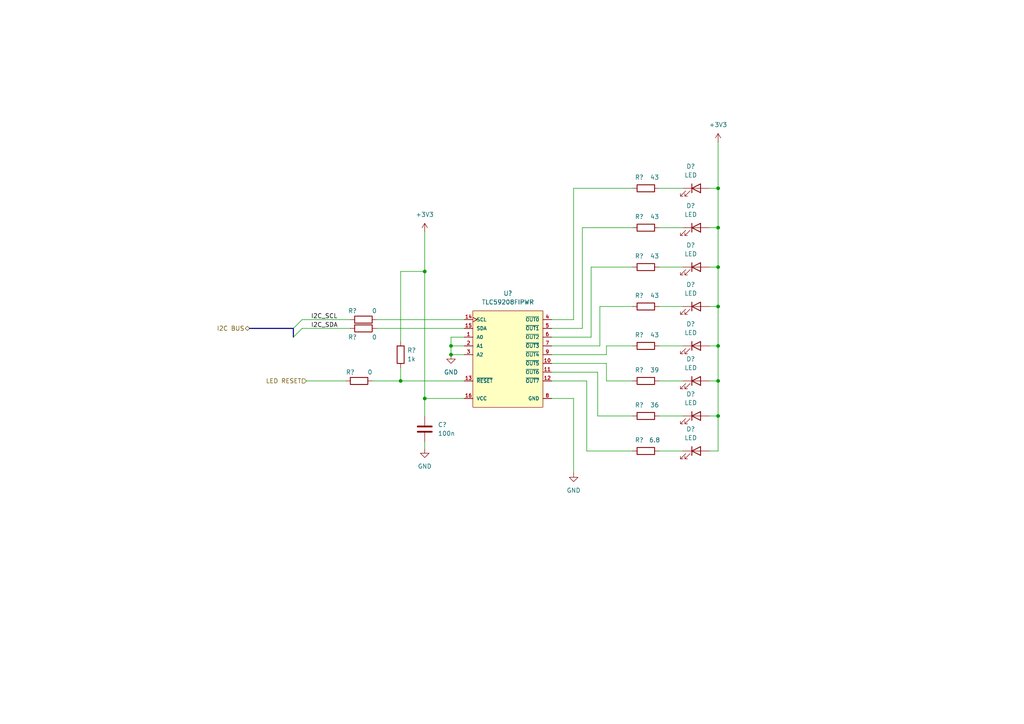
<source format=kicad_sch>
(kicad_sch (version 20211123) (generator eeschema)
  (paper "A4")
  (lib_symbols
    (symbol "Device:C" (pin_numbers hide) (pin_names (offset 0.254))
      (property "Reference" "C" (at 0.635 2.54 0))
      (property "Value" "C" (at 0.635 -2.54 0))
      (symbol "C_0_1"
        (polyline (pts (xy -2.032 -0.762) (xy 2.032 -0.762)) (stroke (width 0.508)))
        (polyline (pts (xy -2.032 0.762) (xy 2.032 0.762)) (stroke (width 0.508)))
      )
      (symbol "C_1_1"
        (pin passive line (at 0 3.81 270) (length 2.794) (name "~") (number "1"))
        (pin passive line (at 0 -3.81 90) (length 2.794) (name "~") (number "2"))
      )
    )
    (symbol "Device:LED" (pin_numbers hide) (pin_names (offset 1.016) hide)
      (property "Reference" "D" (at 0 2.54 0))
      (property "Value" "LED" (at 0 -2.54 0))
      (symbol "LED_0_1"
        (polyline (pts (xy -1.27 -1.27) (xy -1.27 1.27)) (stroke (width 0.254)))
        (polyline (pts (xy -1.27 0) (xy 1.27 0)))
        (polyline (pts (xy 1.27 -1.27) (xy 1.27 1.27) (xy -1.27 0) (xy 1.27 -1.27)) (stroke (width 0.254)))
        (polyline (pts (xy -3.048 -0.762) (xy -4.572 -2.286) (xy -3.81 -2.286) (xy -4.572 -2.286) (xy -4.572 -1.524)))
        (polyline (pts (xy -1.778 -0.762) (xy -3.302 -2.286) (xy -2.54 -2.286) (xy -3.302 -2.286) (xy -3.302 -1.524)))
      )
      (symbol "LED_1_1"
        (pin passive line (at -3.81 0 0) (length 2.54) (name "K") (number "1"))
        (pin passive line (at 3.81 0 180) (length 2.54) (name "A") (number "2"))
      )
    )
    (symbol "Device:R" (pin_numbers hide) (pin_names (offset 0))
      (property "Reference" "R" (at 2.032 0 90))
      (property "Value" "R" (at 0 0 90))
      (symbol "R_0_1"
        (rectangle (start -1.016 -2.54) (end 1.016 2.54) (stroke (width 0.254)))
      )
      (symbol "R_1_1"
        (pin passive line (at 0 3.81 270) (length 1.27) (name "~") (number "1"))
        (pin passive line (at 0 -3.81 90) (length 1.27) (name "~") (number "2"))
      )
    )
    (symbol "TLC59208:TLC59208FIPWR" (pin_names (offset 1.016))
      (property "Reference" "U" (at 0 5.08 0))
      (property "Value" "TLC59208FIPWR" (at 0 7.62 0))
      (symbol "TLC59208FIPWR_1_1"
        (rectangle (start 5.08 2.54) (end 25.4 -25.4) (fill (type background)))
        (pin input line (at 2.54 -5.08 0) (length 2.54) (name "A0") (number "1"))
        (pin open_collector line (at 27.94 -12.7 180) (length 2.54) (name "~{OUT5}") (number "10"))
        (pin open_collector line (at 27.94 -15.24 180) (length 2.54) (name "~{OUT6}") (number "11"))
        (pin open_collector line (at 27.94 -17.78 180) (length 2.54) (name "~{OUT7}") (number "12"))
        (pin input line (at 2.54 -17.78 0) (length 2.54) (name "~{RESET}") (number "13"))
        (pin input clock (at 2.54 0 0) (length 2.54) (name "SCL") (number "14"))
        (pin bidirectional line (at 2.54 -2.54 0) (length 2.54) (name "SDA") (number "15"))
        (pin power_in line (at 2.54 -22.86 0) (length 2.54) (name "VCC") (number "16"))
        (pin input line (at 2.54 -7.62 0) (length 2.54) (name "A1") (number "2"))
        (pin input line (at 2.54 -10.16 0) (length 2.54) (name "A2") (number "3"))
        (pin open_collector line (at 27.94 0 180) (length 2.54) (name "~{OUT0}") (number "4"))
        (pin open_collector line (at 27.94 -2.54 180) (length 2.54) (name "~{OUT1}") (number "5"))
        (pin open_collector line (at 27.94 -5.08 180) (length 2.54) (name "~{OUT2}") (number "6"))
        (pin open_collector line (at 27.94 -7.62 180) (length 2.54) (name "~{OUT3}") (number "7"))
        (pin power_in line (at 27.94 -22.86 180) (length 2.54) (name "GND") (number "8"))
        (pin open_collector line (at 27.94 -10.16 180) (length 2.54) (name "~{OUT4}") (number "9"))
      )
    )
    (symbol "power:+3.3V" (power) (pin_names (offset 0))
      (property "Value" "+3.3V" (at 0 3.556 0))
      (symbol "+3.3V_0_1"
        (polyline (pts (xy -0.762 1.27) (xy 0 2.54)))
        (polyline (pts (xy 0 0) (xy 0 2.54)))
        (polyline (pts (xy 0 2.54) (xy 0.762 1.27)))
      )
      (symbol "+3.3V_1_1"
        (pin power_in line (at 0 0 90) (length 0) hide (name "+3V3") (number "1"))
      )
    )
    (symbol "power:GND" (power) (pin_names (offset 0))
      (property "Value" "GND" (at 0 -3.81 0))
      (symbol "GND_0_1"
        (polyline (pts (xy 0 0) (xy 0 -1.27) (xy 1.27 -1.27) (xy 0 -2.54) (xy -1.27 -1.27) (xy 0 -1.27)))
      )
      (symbol "GND_1_1"
        (pin power_in line (at 0 0 270) (length 0) hide (name "GND") (number "1"))
      )
    )
  )
  (junction (at 208.28 110.49))
  (junction (at 123.19 115.57))
  (junction (at 130.81 102.87))
  (junction (at 208.28 54.61))
  (junction (at 130.81 100.33))
  (junction (at 208.28 88.9))
  (junction (at 208.28 66.04))
  (junction (at 123.19 78.74))
  (junction (at 208.28 77.47))
  (junction (at 208.28 120.65))
  (junction (at 116.205 110.49))
  (junction (at 208.28 100.33))
  (bus_entry (at 85.09 97.79) (size 2.54 -2.54))
  (bus_entry (at 85.09 95.25) (size 2.54 -2.54))
  (bus (pts (xy 85.09 95.25) (xy 85.09 97.79)))
  (wire (pts (xy 208.28 100.33) (xy 208.28 88.9)))
  (wire (pts (xy 208.28 110.49) (xy 208.28 100.33)))
  (wire (pts (xy 208.28 54.61) (xy 205.74 54.61)))
  (wire (pts (xy 191.135 120.65) (xy 198.12 120.65)))
  (wire (pts (xy 130.81 102.87) (xy 130.81 100.33)))
  (bus (pts (xy 72.39 95.25) (xy 85.09 95.25)))
  (wire (pts (xy 87.63 95.25) (xy 101.6 95.25)))
  (wire (pts (xy 191.135 130.81) (xy 198.12 130.81)))
  (wire (pts (xy 160.02 110.49) (xy 170.18 110.49)))
  (wire (pts (xy 173.355 120.65) (xy 183.515 120.65)))
  (wire (pts (xy 183.515 66.04) (xy 168.91 66.04)))
  (wire (pts (xy 171.45 97.79) (xy 160.02 97.79)))
  (wire (pts (xy 170.18 130.81) (xy 183.515 130.81)))
  (wire (pts (xy 173.99 88.9) (xy 183.515 88.9)))
  (wire (pts (xy 109.22 95.25) (xy 134.62 95.25)))
  (wire (pts (xy 123.19 115.57) (xy 123.19 120.65)))
  (wire (pts (xy 175.895 110.49) (xy 183.515 110.49)))
  (wire (pts (xy 191.135 110.49) (xy 198.12 110.49)))
  (wire (pts (xy 208.28 66.04) (xy 208.28 54.61)))
  (wire (pts (xy 208.28 120.65) (xy 205.74 120.65)))
  (wire (pts (xy 123.19 115.57) (xy 123.19 78.74)))
  (wire (pts (xy 168.91 66.04) (xy 168.91 95.25)))
  (wire (pts (xy 109.22 92.71) (xy 134.62 92.71)))
  (wire (pts (xy 130.81 100.33) (xy 134.62 100.33)))
  (wire (pts (xy 208.28 41.275) (xy 208.28 54.61)))
  (wire (pts (xy 160.02 105.41) (xy 175.895 105.41)))
  (wire (pts (xy 107.95 110.49) (xy 116.205 110.49)))
  (wire (pts (xy 208.28 130.81) (xy 208.28 120.65)))
  (wire (pts (xy 123.19 128.27) (xy 123.19 130.175)))
  (wire (pts (xy 208.28 66.04) (xy 205.74 66.04)))
  (wire (pts (xy 208.28 88.9) (xy 208.28 77.47)))
  (wire (pts (xy 191.135 66.04) (xy 198.12 66.04)))
  (wire (pts (xy 87.63 92.71) (xy 101.6 92.71)))
  (wire (pts (xy 160.02 100.33) (xy 173.99 100.33)))
  (wire (pts (xy 123.19 78.74) (xy 116.205 78.74)))
  (wire (pts (xy 166.37 115.57) (xy 166.37 137.16)))
  (wire (pts (xy 208.28 130.81) (xy 205.74 130.81)))
  (wire (pts (xy 191.135 100.33) (xy 198.12 100.33)))
  (wire (pts (xy 173.99 100.33) (xy 173.99 88.9)))
  (wire (pts (xy 208.28 110.49) (xy 205.74 110.49)))
  (wire (pts (xy 191.135 88.9) (xy 198.12 88.9)))
  (wire (pts (xy 166.37 92.71) (xy 166.37 54.61)))
  (wire (pts (xy 130.81 97.79) (xy 130.81 100.33)))
  (wire (pts (xy 88.9 110.49) (xy 100.33 110.49)))
  (wire (pts (xy 160.02 102.87) (xy 175.895 102.87)))
  (wire (pts (xy 130.81 97.79) (xy 134.62 97.79)))
  (wire (pts (xy 183.515 77.47) (xy 171.45 77.47)))
  (wire (pts (xy 208.28 100.33) (xy 205.74 100.33)))
  (wire (pts (xy 170.18 110.49) (xy 170.18 130.81)))
  (wire (pts (xy 160.02 92.71) (xy 166.37 92.71)))
  (wire (pts (xy 171.45 77.47) (xy 171.45 97.79)))
  (wire (pts (xy 173.355 107.95) (xy 173.355 120.65)))
  (wire (pts (xy 175.895 102.87) (xy 175.895 100.33)))
  (wire (pts (xy 175.895 105.41) (xy 175.895 110.49)))
  (wire (pts (xy 175.895 100.33) (xy 183.515 100.33)))
  (wire (pts (xy 160.02 107.95) (xy 173.355 107.95)))
  (wire (pts (xy 123.19 67.31) (xy 123.19 78.74)))
  (wire (pts (xy 116.205 78.74) (xy 116.205 99.06)))
  (wire (pts (xy 191.135 54.61) (xy 198.12 54.61)))
  (wire (pts (xy 116.205 106.68) (xy 116.205 110.49)))
  (wire (pts (xy 208.28 77.47) (xy 205.74 77.47)))
  (wire (pts (xy 134.62 115.57) (xy 123.19 115.57)))
  (wire (pts (xy 208.28 77.47) (xy 208.28 66.04)))
  (wire (pts (xy 130.81 102.87) (xy 134.62 102.87)))
  (wire (pts (xy 168.91 95.25) (xy 160.02 95.25)))
  (wire (pts (xy 166.37 54.61) (xy 183.515 54.61)))
  (wire (pts (xy 191.135 77.47) (xy 198.12 77.47)))
  (wire (pts (xy 160.02 115.57) (xy 166.37 115.57)))
  (wire (pts (xy 116.205 110.49) (xy 134.62 110.49)))
  (wire (pts (xy 208.28 88.9) (xy 205.74 88.9)))
  (wire (pts (xy 208.28 120.65) (xy 208.28 110.49)))
  (label "I2C_SDA" (at 90.17 95.25 0))
  (label "I2C_SCL" (at 90.17 92.71 0))
  (hierarchical_label "LED RESET" (shape input) (at 88.9 110.49 180))
  (hierarchical_label "I2C BUS" (shape bidirectional) (at 72.39 95.25 180))
  (symbol (lib_id "Device:R") (at 105.41 95.25 90) (unit 1)
    (property "Reference" "R?" (at 102.235 97.79 90))
    (property "Value" "0" (at 108.585 97.79 90))
    (property "Footprint" "Resistor_SMD:R_0805_2012Metric_Pad1.20x1.40mm_HandSolder" (effects hide))
  )
  (symbol (lib_id "Device:LED") (at 201.93 100.33 0) (unit 1)
    (property "Reference" "D?" (at 200.3425 93.98 0))
    (property "Value" "LED" (at 200.3425 96.52 0))
    (property "Footprint" "LED_SMD:LED_1206_3216Metric_Pad1.42x1.75mm_HandSolder" (effects hide))
  )
  (symbol (lib_id "Device:R") (at 187.325 130.81 90) (unit 1)
    (property "Reference" "R?" (at 185.42 127.635 90))
    (property "Value" "6.8" (at 189.865 127.635 90))
    (property "Footprint" "Resistor_SMD:R_0805_2012Metric_Pad1.20x1.40mm_HandSolder" (effects hide))
  )
  (symbol (lib_id "TLC59208:TLC59208FIPWR") (at 132.08 92.71 0) (unit 1)
    (property "Reference" "U?" (at 147.32 85.09 0))
    (property "Value" "TLC59208FIPWR" (at 147.32 87.63 0))
    (property "Footprint" "Texas_Instruments-TLC59208FIPWR-*" (effects hide))
    (property "Datasheet" "http://www.ti.com/general/docs/lit/getliterature.tsp?genericPartNumber=TLC59208F&fileType=pdf" (effects hide))
    (property "Code  JEDEC" "MO-153" (effects hide))
    (property "Component Link 1 Description" "Manufacturer URL" (effects hide))
    (property "Component Link 1 URL" "http://www.ti.com/" (effects hide))
    (property "Component Link 3 Description" "Package Specification" (effects hide))
    (property "Component Link 3 URL" "http://www.ti.com/lit/ml/mpds361/mpds361.pdf" (effects hide))
    (property "Datasheet Version" "SCLS715" (effects hide))
    (property "Iout Max A" "0.05" (effects hide))
    (property "Mounting Technology" "Surface Mount" (effects hide))
    (property "Package Description" "16-Pin Plastic Small Outline, Body 4.40 x 5.00 mm, Pitch 0.65 mm" (effects hide))
    (property "Package Version" "4040064-4/G" (effects hide))
    (property "Sub Family" "LED Driver" (effects hide))
    (property "Vin Max V" "5.5" (effects hide))
    (property "Vin Min V" "3" (effects hide))
    (property "category" "IC" (effects hide))
    (property "ciiva ids" "1426985" (effects hide))
    (property "library id" "9bf7f104929dd8ed" (effects hide))
    (property "manufacturer" "Texas Instruments" (effects hide))
    (property "package" "PW0016A" (effects hide))
    (property "release date" "1464576871" (effects hide))
    (property "rohs" "Yes" (effects hide))
    (property "vault revision" "C0AC1098-4EF5-4502-9510-91D6A29A40EB" (effects hide))
    (property "imported" "yes" (effects hide))
  )
  (symbol (lib_id "Device:R") (at 187.325 66.04 90) (unit 1)
    (property "Reference" "R?" (at 185.42 62.865 90))
    (property "Value" "43" (at 189.865 62.865 90))
    (property "Footprint" "Resistor_SMD:R_0805_2012Metric_Pad1.20x1.40mm_HandSolder" (effects hide))
  )
  (symbol (lib_id "Device:R") (at 104.14 110.49 90) (unit 1)
    (property "Reference" "R?" (at 101.6 107.95 90))
    (property "Value" "0" (at 107.315 107.95 90))
    (property "Footprint" "Resistor_SMD:R_0805_2012Metric_Pad1.20x1.40mm_HandSolder" (effects hide))
  )
  (symbol (lib_id "Device:R") (at 116.205 102.87 180) (unit 1)
    (property "Reference" "R?" (at 118.11 101.5999 0) (effects (justify right)))
    (property "Value" "1k" (at 118.11 104.1399 0) (effects (justify right)))
    (property "Footprint" "Resistor_SMD:R_0805_2012Metric_Pad1.20x1.40mm_HandSolder" (effects hide))
  )
  (symbol (lib_id "power:GND") (at 130.81 102.87 0) (unit 1)
    (property "Reference" "#PWR?" (effects hide))
    (property "Value" "GND" (at 130.81 107.95 0))
  )
  (symbol (lib_id "Device:C") (at 123.19 124.46 0) (unit 1)
    (property "Reference" "C?" (at 127 123.1899 0) (effects (justify left)))
    (property "Value" "100n" (at 127 125.7299 0) (effects (justify left)))
    (property "Footprint" "Capacitor_SMD:C_0805_2012Metric_Pad1.18x1.45mm_HandSolder" (effects hide))
  )
  (symbol (lib_id "Device:LED") (at 201.93 110.49 0) (unit 1)
    (property "Reference" "D?" (at 200.3425 104.14 0))
    (property "Value" "LED" (at 200.3425 106.68 0))
    (property "Footprint" "LED_SMD:LED_1206_3216Metric_Pad1.42x1.75mm_HandSolder" (effects hide))
  )
  (symbol (lib_id "Device:LED") (at 201.93 54.61 0) (unit 1)
    (property "Reference" "D?" (at 200.3425 48.26 0))
    (property "Value" "LED" (at 200.3425 50.8 0))
    (property "Footprint" "LED_SMD:LED_1206_3216Metric_Pad1.42x1.75mm_HandSolder" (effects hide))
  )
  (symbol (lib_id "power:GND") (at 166.37 137.16 0) (unit 1)
    (property "Reference" "#PWR?" (effects hide))
    (property "Value" "GND" (at 166.37 142.24 0))
  )
  (symbol (lib_id "power:GND") (at 123.19 130.175 0) (unit 1)
    (property "Reference" "#PWR?" (effects hide))
    (property "Value" "GND" (at 123.19 135.255 0))
  )
  (symbol (lib_id "Device:LED") (at 201.93 88.9 0) (unit 1)
    (property "Reference" "D?" (at 200.3425 82.55 0))
    (property "Value" "LED" (at 200.3425 85.09 0))
    (property "Footprint" "LED_SMD:LED_1206_3216Metric_Pad1.42x1.75mm_HandSolder" (effects hide))
  )
  (symbol (lib_id "Device:R") (at 105.41 92.71 90) (unit 1)
    (property "Reference" "R?" (at 102.235 90.17 90))
    (property "Value" "0" (at 108.585 90.17 90))
    (property "Footprint" "Resistor_SMD:R_0805_2012Metric_Pad1.20x1.40mm_HandSolder" (effects hide))
  )
  (symbol (lib_id "Device:R") (at 187.325 54.61 90) (unit 1)
    (property "Reference" "R?" (at 185.42 51.435 90))
    (property "Value" "43" (at 189.865 51.435 90))
    (property "Footprint" "Resistor_SMD:R_0805_2012Metric_Pad1.20x1.40mm_HandSolder" (effects hide))
  )
  (symbol (lib_id "Device:R") (at 187.325 110.49 90) (unit 1)
    (property "Reference" "R?" (at 185.42 107.315 90))
    (property "Value" "39" (at 189.865 107.315 90))
    (property "Footprint" "Resistor_SMD:R_0805_2012Metric_Pad1.20x1.40mm_HandSolder" (effects hide))
  )
  (symbol (lib_id "Device:LED") (at 201.93 130.81 0) (unit 1)
    (property "Reference" "D?" (at 200.3425 124.46 0))
    (property "Value" "LED" (at 200.3425 127 0))
    (property "Footprint" "LED_SMD:LED_1206_3216Metric_Pad1.42x1.75mm_HandSolder" (effects hide))
  )
  (symbol (lib_id "power:+3.3V") (at 208.28 41.275 0) (unit 1)
    (property "Reference" "#PWR?" (effects hide))
    (property "Value" "+3.3V" (at 208.28 36.195 0))
  )
  (symbol (lib_id "Device:R") (at 187.325 100.33 90) (unit 1)
    (property "Reference" "R?" (at 185.42 97.155 90))
    (property "Value" "43" (at 189.865 97.155 90))
    (property "Footprint" "Resistor_SMD:R_0805_2012Metric_Pad1.20x1.40mm_HandSolder" (effects hide))
  )
  (symbol (lib_id "Device:LED") (at 201.93 77.47 0) (unit 1)
    (property "Reference" "D?" (at 200.3425 71.12 0))
    (property "Value" "LED" (at 200.3425 73.66 0))
    (property "Footprint" "LED_SMD:LED_1206_3216Metric_Pad1.42x1.75mm_HandSolder" (effects hide))
  )
  (symbol (lib_id "Device:LED") (at 201.93 66.04 0) (unit 1)
    (property "Reference" "D?" (at 200.3425 59.69 0))
    (property "Value" "LED" (at 200.3425 62.23 0))
    (property "Footprint" "LED_SMD:LED_1206_3216Metric_Pad1.42x1.75mm_HandSolder" (effects hide))
  )
  (symbol (lib_id "Device:R") (at 187.325 120.65 90) (unit 1)
    (property "Reference" "R?" (at 185.42 117.475 90))
    (property "Value" "36" (at 189.865 117.475 90))
    (property "Footprint" "Resistor_SMD:R_0805_2012Metric_Pad1.20x1.40mm_HandSolder" (effects hide))
  )
  (symbol (lib_id "Device:R") (at 187.325 77.47 90) (unit 1)
    (property "Reference" "R?" (at 185.42 74.295 90))
    (property "Value" "43" (at 189.865 74.295 90))
    (property "Footprint" "Resistor_SMD:R_0805_2012Metric_Pad1.20x1.40mm_HandSolder" (effects hide))
  )
  (symbol (lib_id "power:+3.3V") (at 123.19 67.31 0) (unit 1)
    (property "Reference" "#PWR?" (effects hide))
    (property "Value" "+3.3V" (at 123.19 62.23 0))
  )
  (symbol (lib_id "Device:R") (at 187.325 88.9 90) (unit 1)
    (property "Reference" "R?" (at 185.42 85.725 90))
    (property "Value" "43" (at 189.865 85.725 90))
    (property "Footprint" "Resistor_SMD:R_0805_2012Metric_Pad1.20x1.40mm_HandSolder" (effects hide))
  )
  (symbol (lib_id "Device:LED") (at 201.93 120.65 0) (unit 1)
    (property "Reference" "D?" (at 200.3425 114.3 0))
    (property "Value" "LED" (at 200.3425 116.84 0))
    (property "Footprint" "LED_SMD:LED_1206_3216Metric_Pad1.42x1.75mm_HandSolder" (effects hide))
  )
)
</source>
